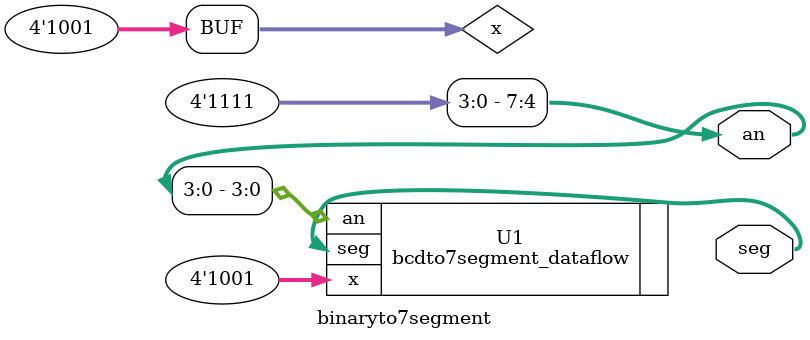
<source format=v>
`timescale 1ns / 1ps

module binaryto7segment(
    output [7:0] an,
    output [6:0] seg
    );
      
	wire [3:0] x = 4'b1001;
   
	bcdto7segment_dataflow U1 (
        .x(x), 
        .an(an[3:0]), 
        .seg(seg)
    );
    assign an[7:4] = 4'b1111;
endmodule
</source>
